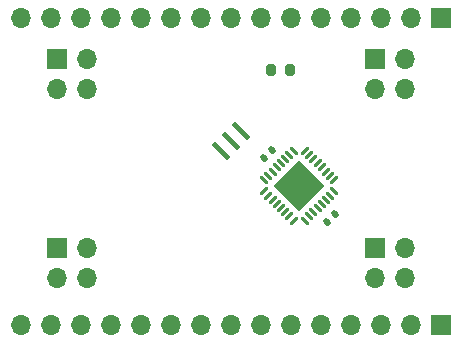
<source format=gts>
%TF.GenerationSoftware,KiCad,Pcbnew,7.0.2-6a45011f42~172~ubuntu22.04.1*%
%TF.CreationDate,2023-05-29T16:58:53-07:00*%
%TF.ProjectId,comm_v0p5,636f6d6d-5f76-4307-9035-2e6b69636164,rev?*%
%TF.SameCoordinates,Original*%
%TF.FileFunction,Soldermask,Top*%
%TF.FilePolarity,Negative*%
%FSLAX46Y46*%
G04 Gerber Fmt 4.6, Leading zero omitted, Abs format (unit mm)*
G04 Created by KiCad (PCBNEW 7.0.2-6a45011f42~172~ubuntu22.04.1) date 2023-05-29 16:58:53*
%MOMM*%
%LPD*%
G01*
G04 APERTURE LIST*
G04 Aperture macros list*
%AMRoundRect*
0 Rectangle with rounded corners*
0 $1 Rounding radius*
0 $2 $3 $4 $5 $6 $7 $8 $9 X,Y pos of 4 corners*
0 Add a 4 corners polygon primitive as box body*
4,1,4,$2,$3,$4,$5,$6,$7,$8,$9,$2,$3,0*
0 Add four circle primitives for the rounded corners*
1,1,$1+$1,$2,$3*
1,1,$1+$1,$4,$5*
1,1,$1+$1,$6,$7*
1,1,$1+$1,$8,$9*
0 Add four rect primitives between the rounded corners*
20,1,$1+$1,$2,$3,$4,$5,0*
20,1,$1+$1,$4,$5,$6,$7,0*
20,1,$1+$1,$6,$7,$8,$9,0*
20,1,$1+$1,$8,$9,$2,$3,0*%
%AMRotRect*
0 Rectangle, with rotation*
0 The origin of the aperture is its center*
0 $1 length*
0 $2 width*
0 $3 Rotation angle, in degrees counterclockwise*
0 Add horizontal line*
21,1,$1,$2,0,0,$3*%
G04 Aperture macros list end*
%ADD10R,1.700000X1.700000*%
%ADD11O,1.700000X1.700000*%
%ADD12RoundRect,0.200000X0.200000X0.275000X-0.200000X0.275000X-0.200000X-0.275000X0.200000X-0.275000X0*%
%ADD13RoundRect,0.140000X0.021213X-0.219203X0.219203X-0.021213X-0.021213X0.219203X-0.219203X0.021213X0*%
%ADD14RoundRect,0.062500X-0.309359X0.220971X0.220971X-0.309359X0.309359X-0.220971X-0.220971X0.309359X0*%
%ADD15RoundRect,0.062500X-0.309359X-0.220971X-0.220971X-0.309359X0.309359X0.220971X0.220971X0.309359X0*%
%ADD16RotRect,3.100000X3.100000X315.000000*%
%ADD17RoundRect,0.140000X-0.021213X0.219203X-0.219203X0.021213X0.021213X-0.219203X0.219203X-0.021213X0*%
%ADD18RotRect,0.400000X1.900000X225.000000*%
G04 APERTURE END LIST*
D10*
%TO.C,J4*%
X55230000Y-62230000D03*
D11*
X57770000Y-62230000D03*
X55230000Y-64770000D03*
X57770000Y-64770000D03*
%TD*%
D10*
%TO.C,J6*%
X82230000Y-62230000D03*
D11*
X84770000Y-62230000D03*
X82230000Y-64770000D03*
X84770000Y-64770000D03*
%TD*%
D10*
%TO.C,J5*%
X55230000Y-78230000D03*
D11*
X57770000Y-78230000D03*
X55230000Y-80770000D03*
X57770000Y-80770000D03*
%TD*%
D10*
%TO.C,J7*%
X82230000Y-78230000D03*
D11*
X84770000Y-78230000D03*
X82230000Y-80770000D03*
X84770000Y-80770000D03*
%TD*%
D12*
%TO.C,R5*%
X74993000Y-63144400D03*
X73343000Y-63144400D03*
%TD*%
D10*
%TO.C,J1*%
X87780000Y-84700000D03*
D11*
X85240000Y-84700000D03*
X82700000Y-84700000D03*
X80160000Y-84700000D03*
X77620000Y-84700000D03*
X75080000Y-84700000D03*
X72540000Y-84700000D03*
X70000000Y-84700000D03*
X67460000Y-84700000D03*
X64920000Y-84700000D03*
X62380000Y-84700000D03*
X59840000Y-84700000D03*
X57300000Y-84700000D03*
X54760000Y-84700000D03*
X52220000Y-84700000D03*
%TD*%
D13*
%TO.C,C2*%
X78147689Y-76005611D03*
X78826511Y-75326789D03*
%TD*%
D10*
%TO.C,J2*%
X87780000Y-58750000D03*
D11*
X85240000Y-58750000D03*
X82700000Y-58750000D03*
X80160000Y-58750000D03*
X77620000Y-58750000D03*
X75080000Y-58750000D03*
X72540000Y-58750000D03*
X70000000Y-58750000D03*
X67460000Y-58750000D03*
X64920000Y-58750000D03*
X62380000Y-58750000D03*
X59840000Y-58750000D03*
X57300000Y-58750000D03*
X54760000Y-58750000D03*
X52220000Y-58750000D03*
%TD*%
D14*
%TO.C,U1*%
X75290364Y-69954090D03*
X74936811Y-70307644D03*
X74583257Y-70661197D03*
X74229704Y-71014751D03*
X73876151Y-71368304D03*
X73522597Y-71721857D03*
X73169044Y-72075411D03*
X72815490Y-72428964D03*
D15*
X72815490Y-73401236D03*
X73169044Y-73754789D03*
X73522597Y-74108343D03*
X73876151Y-74461896D03*
X74229704Y-74815449D03*
X74583257Y-75169003D03*
X74936811Y-75522556D03*
X75290364Y-75876110D03*
D14*
X76262636Y-75876110D03*
X76616189Y-75522556D03*
X76969743Y-75169003D03*
X77323296Y-74815449D03*
X77676849Y-74461896D03*
X78030403Y-74108343D03*
X78383956Y-73754789D03*
X78737510Y-73401236D03*
D15*
X78737510Y-72428964D03*
X78383956Y-72075411D03*
X78030403Y-71721857D03*
X77676849Y-71368304D03*
X77323296Y-71014751D03*
X76969743Y-70661197D03*
X76616189Y-70307644D03*
X76262636Y-69954090D03*
D16*
X75776500Y-72915100D03*
%TD*%
D17*
%TO.C,C1*%
X73446511Y-69867389D03*
X72767689Y-70546211D03*
%TD*%
D18*
%TO.C,Y1*%
X70872928Y-68310172D03*
X70024400Y-69158700D03*
X69175872Y-70007228D03*
%TD*%
M02*

</source>
